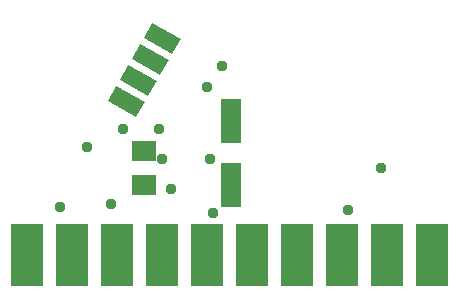
<source format=gts>
G04 EAGLE Gerber RS-274X export*
G75*
%MOMM*%
%FSLAX34Y34*%
%LPD*%
%INTop Solder Mask*%
%IPPOS*%
%AMOC8*
5,1,8,0,0,1.08239X$1,22.5*%
G01*
%ADD10R,2.743200X5.283200*%
%ADD11R,1.803200X3.703200*%
%ADD12R,1.473200X2.743200*%
%ADD13R,2.006200X1.803200*%
%ADD14C,0.959600*%


D10*
X25400Y15240D03*
X63500Y15240D03*
X101600Y15240D03*
X139700Y15240D03*
X177800Y15240D03*
X215900Y15240D03*
X254000Y15240D03*
X292100Y15240D03*
X330200Y15240D03*
X368300Y15240D03*
D11*
X198120Y128600D03*
X198120Y74600D03*
D12*
G36*
X145101Y179862D02*
X137735Y167103D01*
X113979Y180818D01*
X121345Y193577D01*
X145101Y179862D01*
G37*
G36*
X155261Y197642D02*
X147895Y184883D01*
X124139Y198598D01*
X131505Y211357D01*
X155261Y197642D01*
G37*
G36*
X134941Y162082D02*
X127575Y149323D01*
X103819Y163038D01*
X111185Y175797D01*
X134941Y162082D01*
G37*
G36*
X124781Y144302D02*
X117415Y131543D01*
X93659Y145258D01*
X101025Y158017D01*
X124781Y144302D01*
G37*
D13*
X124460Y103120D03*
X124460Y74680D03*
D14*
X147320Y71120D03*
X53340Y55880D03*
X76200Y106680D03*
X106680Y121920D03*
X96520Y58420D03*
X297180Y53340D03*
X325120Y88900D03*
X177800Y157480D03*
X190500Y175260D03*
X137160Y121920D03*
X139700Y96520D03*
X180340Y96520D03*
X182880Y50800D03*
M02*

</source>
